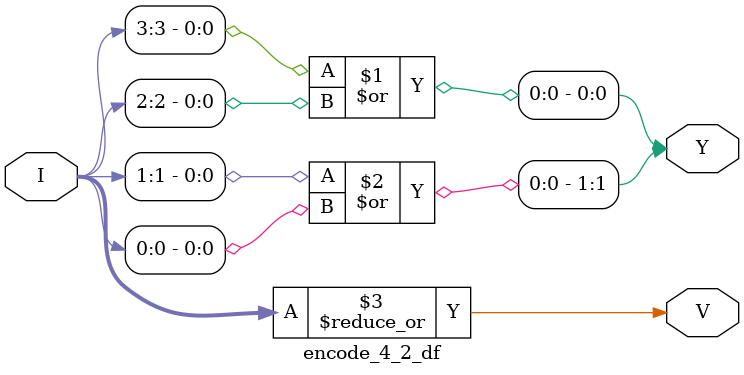
<source format=v>
module encode_4_2_df(Y,V,I);
input [3:0]I;
output V ;
output [1:0]Y;

assign Y = {I[1] | I[0], I[3] | I[2]};
assign V = |I;

endmodule
</source>
